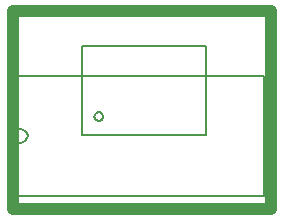
<source format=gto>
%FSLAX24Y24*%
%MOIN*%
%ADD10C,0.0069*%
%ADD11C,0.0394*%
D10*
G01X124Y2687D02*
X289Y2666D01*
X406Y2609D01*
X476Y2529D01*
X499Y2437D01*
X476Y2345D01*
X406Y2265D01*
X289Y2208D01*
X124Y2187D01*
X124Y2687D02*
X124Y4437D01*
X124Y2187D02*
X124Y437D01*
X124Y4437D02*
X8375Y4437D01*
X8375Y4437D02*
X8375Y437D01*
X8375Y437D02*
X124Y437D01*
X2324Y5435D02*
X6434Y5435D01*
X2325Y2451D02*
X6435Y2451D01*
X2324Y5435D02*
X2325Y2451D01*
X6434Y5435D02*
X6435Y2451D01*
X2981Y2969D02*
X3025Y3075D01*
X2981Y3181D01*
X2875Y3225D01*
X2768Y3181D01*
X2725Y3075D01*
X2769Y2969D01*
X2875Y2925D01*
X2981Y2969D01*
D11*
G01X0Y0D02*
X0Y6600D01*
X8620Y6600D01*
X8620Y0D01*
X0Y0D01*
M02*

</source>
